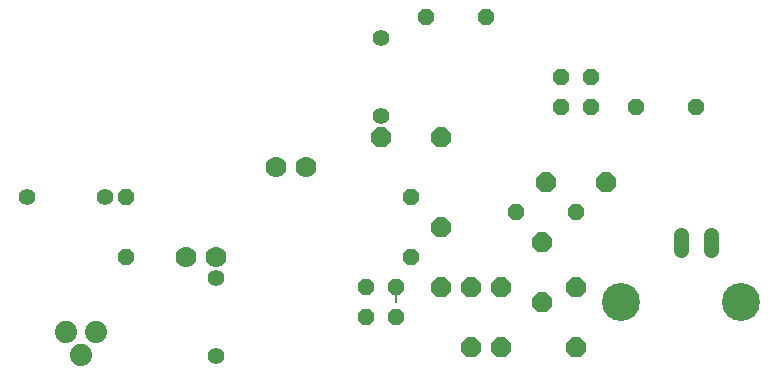
<source format=gbr>
G04 EAGLE Gerber X2 export*
%TF.Part,Single*%
%TF.FileFunction,Copper,L2,Bot,Mixed*%
%TF.FilePolarity,Positive*%
%TF.GenerationSoftware,Autodesk,EAGLE,8.6.0*%
%TF.CreationDate,2018-02-08T23:22:40Z*%
G75*
%MOMM*%
%FSLAX34Y34*%
%LPD*%
%AMOC8*
5,1,8,0,0,1.08239X$1,22.5*%
G01*
%ADD10P,1.429621X8X202.500000*%
%ADD11P,1.429621X8X22.500000*%
%ADD12P,1.429621X8X112.500000*%
%ADD13C,1.308000*%
%ADD14C,3.216000*%
%ADD15C,1.408000*%
%ADD16P,1.814519X8X292.500000*%
%ADD17P,1.814519X8X112.500000*%
%ADD18P,1.814519X8X22.500000*%
%ADD19P,1.814519X8X202.500000*%
%ADD20C,1.778000*%
%ADD21C,1.879600*%
%ADD22C,0.127000*%


D10*
X749300Y304800D03*
X698500Y304800D03*
D11*
X774700Y139700D03*
X825500Y139700D03*
X876300Y228600D03*
X927100Y228600D03*
D12*
X685800Y101600D03*
X685800Y152400D03*
X444500Y101600D03*
X444500Y152400D03*
D13*
X939800Y120840D02*
X939800Y107760D01*
X914400Y107760D02*
X914400Y120840D01*
D14*
X965200Y63500D03*
X863600Y63500D03*
D15*
X660400Y287000D03*
X660400Y221000D03*
X520700Y17800D03*
X520700Y83800D03*
X426700Y152400D03*
X360700Y152400D03*
D16*
X762000Y76200D03*
X762000Y25400D03*
X825500Y76200D03*
X825500Y25400D03*
D17*
X796925Y63500D03*
X796925Y114300D03*
D18*
X800100Y165100D03*
X850900Y165100D03*
D16*
X736600Y76200D03*
X736600Y25400D03*
D19*
X711200Y203200D03*
X660400Y203200D03*
D16*
X711200Y127000D03*
X711200Y76200D03*
D11*
X812800Y228600D03*
X838200Y254000D03*
X838200Y228600D03*
X812800Y254000D03*
D12*
X673100Y50800D03*
X647700Y76200D03*
X673100Y76200D03*
X647700Y50800D03*
D20*
X495300Y101600D03*
X596900Y177800D03*
X571500Y177800D03*
X520700Y101600D03*
D21*
X393700Y38100D03*
X406400Y19050D03*
X419100Y38100D03*
D22*
X673100Y63500D02*
X673100Y76200D01*
M02*

</source>
